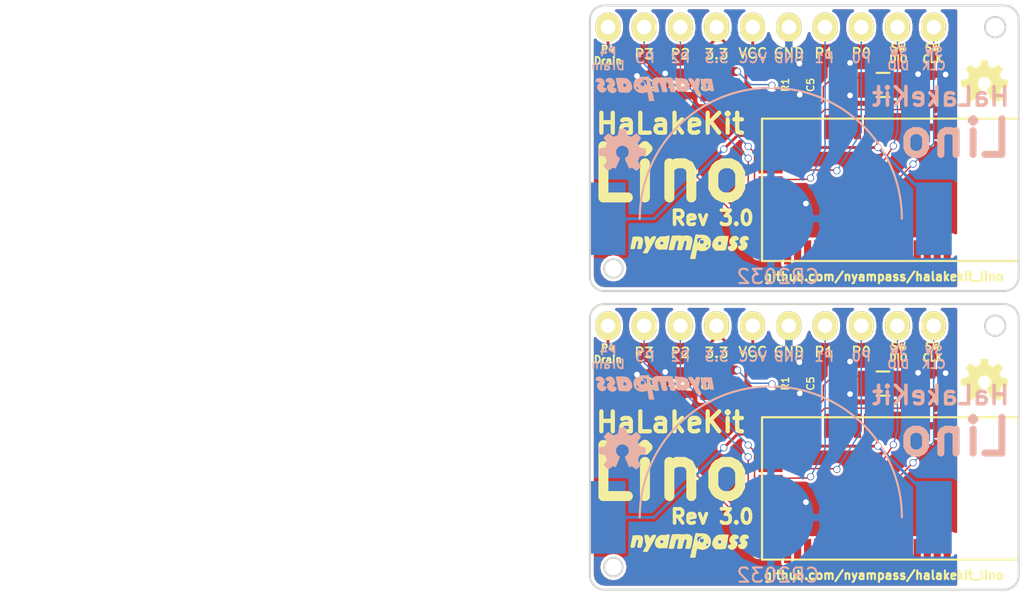
<source format=kicad_pcb>
(kicad_pcb (version 4) (host pcbnew 4.0.2+dfsg1-stable)
  (title_block (title "HaLakeKit Lino") (date 2017-01-09) (rev 3.0) (company Nyampass.co.ltd.) (comment 1 http://nyampass.com))
  (layers (0 F.Cu signal) (31 B.Cu signal) (34 B.Paste user) (35 F.Paste user) (36 B.SilkS user) (37 F.SilkS user) (38 B.Mask user) (39 F.Mask user) (44 Edge.Cuts user))
  (net 0 "")
  (net 1 VCC)
  (net 2 GND)
  (net 3 "Net-(U1-Pad22)")
  (net 4 "Net-(U1-Pad26)")
  (net 5 "Net-(U1-Pad30)")
  (net 6 "Net-(U1-Pad32)")
  (net 7 "Net-(U1-Pad33)")
  (net 8 "Net-(U1-Pad37)")
  (net 9 "Net-(U1-Pad38)")
  (net 10 "Net-(U1-Pad27)")
  (net 11 "Net-(U1-Pad34)")
  (net 12 "Net-(U1-Pad39)")
  (net 13 +3V3)
  (net 14 "Net-(C1-Pad1)")
  (net 15 "Net-(C2-Pad1)")
  (net 16 "Net-(C3-Pad1)")
  (net 17 SWDCLK)
  (net 18 SWDIO)
  (net 19 P0)
  (net 20 P1)
  (net 21 P2)
  (net 22 P3)
  (net 23 P4_Drain)
  (net 24 "Net-(R1-Pad2)")
  (net 25 P4)
  (net 26 "Net-(U1-Pad4)")
  (net 27 "Net-(U1-Pad5)")
  (net 28 "Net-(U1-Pad6)")
  (net 29 "Net-(U1-Pad7)")
  (net 30 "Net-(U1-Pad8)")
  (net 31 "Net-(U1-Pad11)")
  (net 32 "Net-(U1-Pad12)")
  (net 33 "Net-(U1-Pad15)")
  (net 34 "Net-(U1-Pad16)")
  (net 35 "Net-(U1-Pad23)")
  (net 36 "Net-(U1-Pad24)")
  (net 37 "Net-(U1-Pad28)")
  (net 38 "Net-(U1-Pad29)")
  (net 39 "Net-(U1-Pad31)")
  (net 40 "Net-(U1-Pad40)")
  (net 41 "Net-(U1-Pad41)")
  (module CR2032_frame:BAT-HLD-001-TRCT (layer B.Cu) (at 156.7434 86.8934 180)
    (fp_text reference BT1 hide)
    (fp_text value Battery)
    (pad 2 smd oval (at 0 0 180) (size 6 6) (layers B.Cu B.Paste B.Mask) (net 2 GND))
    (pad 1 smd rect (at -11.45 0 180) (size 2.5 5.1) (layers B.Cu B.Paste B.Mask) (net 13 +3V3))
    (pad 1 smd rect (at 11.45 0 180) (size 2.5 5.1) (layers B.Cu B.Paste B.Mask) (net 13 +3V3))
  )
  (module register_and_condensor:C_0603 (layer F.Cu) (at 150.3934 77.4954 270)
    (fp_text reference C4 (at 0 0 270) (layer F.SilkS) (effects (font (size 0.5 0.5) (thickness 0.1))))
    (fp_text value 4.7uf1)
    (pad 1 smd rect (at -0.75 0 270) (size 0.8 0.75) (layers F.Cu F.Paste F.Mask) (net 13 +3V3))
    (pad 2 smd rect (at 0.75 0 270) (size 0.8 0.75) (layers F.Cu F.Paste F.Mask) (net 2 GND))
  )
  (module common:FC-135 (layer F.Cu) (at 164.6174 77.4954)
    (fp_text reference Y1 hide)
    (fp_text value Crystal)
    (pad 1 smd rect (at -1.25 0) (size 1 1.8) (layers F.Cu F.Paste F.Mask) (net 15 "Net-(C2-Pad1)"))
    (pad 2 smd rect (at 1.25 0) (size 1 1.8) (layers F.Cu F.Paste F.Mask) (net 14 "Net-(C1-Pad1)"))
  )
  (module mosfet:rtf015n03 (layer F.Cu) (at 145.0594 77.4954 90)
    (fp_text reference U3 hide)
    (fp_text value RTF015N03 hide)
    (pad 1 smd rect (at -0.65 1.7 90) (size 0.5 0.5) (layers F.Cu F.Paste F.Mask) (net 25 P4))
    (pad 2 smd rect (at 0.65 1.7 90) (size 0.5 0.5) (layers F.Cu F.Paste F.Mask) (net 2 GND))
    (pad 3 smd rect (at 0 0 90) (size 0.5 0.5) (layers F.Cu F.Paste F.Mask) (net 23 P4_Drain))
  )
  (module common:SOT-23-5 (layer F.Cu) (at 154.9654 77.4954)
    (fp_text reference U2 hide)
    (fp_text value NJM2870 hide)
    (pad 1 smd rect (at -1.1 -0.95) (size 1.06 0.65) (layers F.Cu F.Paste F.Mask) (net 24 "Net-(R1-Pad2)"))
    (pad 2 smd rect (at -1.1 0) (size 1.06 0.65) (layers F.Cu F.Paste F.Mask) (net 2 GND))
    (pad 3 smd rect (at -1.1 0.95) (size 1.06 0.65) (layers F.Cu F.Paste F.Mask) (net 16 "Net-(C3-Pad1)"))
    (pad 4 smd rect (at 1.1 0.95) (size 1.06 0.65) (layers F.Cu F.Paste F.Mask) (net 13 +3V3))
    (pad 5 smd rect (at 1.1 -0.95) (size 1.06 0.65) (layers F.Cu F.Paste F.Mask) (net 1 VCC))
  )
  (module MDBT40:MDBT40 (layer F.Cu) (at 165.1254 84.8614 270)
    (fp_text reference U1 hide)
    (fp_text value MDBT40 hide)
    (pad 1 smd rect (at -5 -4 270) (size 1.7 0.5) (drill (offset 0.6 0)) (layers F.Cu F.Paste F.Mask) (net 2 GND))
    (pad 2 smd rect (at -5 -3.3 270) (size 1.7 0.5) (drill (offset 0.6 0)) (layers F.Cu F.Paste F.Mask) (net 2 GND))
    (pad 3 smd rect (at -5 0.9 270) (size 1.7 0.5) (drill (offset 0.6 0)) (layers F.Cu F.Paste F.Mask) (net 13 +3V3))
    (pad 4 smd rect (at -5 1.6 270) (size 1.7 0.5) (drill (offset 0.6 0)) (layers F.Cu F.Paste F.Mask) (net 26 "Net-(U1-Pad4)"))
    (pad 5 smd rect (at -5 2.3 270) (size 1.7 0.5) (drill (offset 0.6 0)) (layers F.Cu F.Paste F.Mask) (net 27 "Net-(U1-Pad5)"))
    (pad 6 smd rect (at -5 3 270) (size 1.7 0.5) (drill (offset 0.6 0)) (layers F.Cu F.Paste F.Mask) (net 28 "Net-(U1-Pad6)"))
    (pad 7 smd rect (at -5 3.7 270) (size 1.7 0.5) (drill (offset 0.6 0)) (layers F.Cu F.Paste F.Mask) (net 29 "Net-(U1-Pad7)"))
    (pad 8 smd rect (at -5 4.4 270) (size 1.7 0.5) (drill (offset 0.6 0)) (layers F.Cu F.Paste F.Mask) (net 30 "Net-(U1-Pad8)"))
    (pad 9 smd rect (at -5 5.1 270) (size 1.7 0.5) (drill (offset 0.6 0)) (layers F.Cu F.Paste F.Mask) (net 14 "Net-(C1-Pad1)"))
    (pad 10 smd rect (at -5 5.8 270) (size 1.7 0.5) (drill (offset 0.6 0)) (layers F.Cu F.Paste F.Mask) (net 15 "Net-(C2-Pad1)"))
    (pad 11 smd rect (at -5 6.5 270) (size 1.7 0.5) (drill (offset 0.6 0)) (layers F.Cu F.Paste F.Mask) (net 31 "Net-(U1-Pad11)"))
    (pad 12 smd rect (at -5 7.2 270) (size 1.7 0.5) (drill (offset 0.6 0)) (layers F.Cu F.Paste F.Mask) (net 32 "Net-(U1-Pad12)"))
    (pad 13 smd rect (at -4.2 9) (size 1.5 0.5) (drill (offset 0.5 0)) (layers F.Cu F.Paste F.Mask) (net 2 GND))
    (pad 14 smd rect (at -3.5 9) (size 1.5 0.5) (drill (offset 0.5 0)) (layers F.Cu F.Paste F.Mask) (net 13 +3V3))
    (pad 15 smd rect (at -2.8 9) (size 1.7 0.5) (drill (offset 0.6 0)) (layers F.Cu F.Paste F.Mask) (net 33 "Net-(U1-Pad15)"))
    (pad 16 smd rect (at -2.1 9) (size 1.7 0.5) (drill (offset 0.6 0)) (layers F.Cu F.Paste F.Mask) (net 34 "Net-(U1-Pad16)"))
    (pad 17 smd rect (at -1.4 9) (size 1.7 0.5) (drill (offset 0.6 0)) (layers F.Cu F.Paste F.Mask) (net 19 P0))
    (pad 18 smd rect (at -0.7 9) (size 1.7 0.5) (drill (offset 0.6 0)) (layers F.Cu F.Paste F.Mask) (net 20 P1))
    (pad 19 smd rect (at 0 9) (size 1.7 0.5) (drill (offset 0.6 0)) (layers F.Cu F.Paste F.Mask) (net 21 P2))
    (pad 20 smd rect (at 0.7 9) (size 1.7 0.5) (drill (offset 0.6 0)) (layers F.Cu F.Paste F.Mask) (net 22 P3))
    (pad 21 smd rect (at 1.4 9) (size 1.7 0.5) (drill (offset 0.6 0)) (layers F.Cu F.Paste F.Mask) (net 25 P4))
    (pad 22 smd rect (at 2.1 9) (size 1.7 0.5) (drill (offset 0.6 0)) (layers F.Cu F.Paste F.Mask) (net 3 "Net-(U1-Pad22)"))
    (pad 23 smd rect (at 2.8 9) (size 1.7 0.5) (drill (offset 0.6 0)) (layers F.Cu F.Paste F.Mask) (net 35 "Net-(U1-Pad23)"))
    (pad 24 smd rect (at 3.5 9) (size 1.5 0.5) (drill (offset 0.5 0)) (layers F.Cu F.Paste F.Mask) (net 36 "Net-(U1-Pad24)"))
    (pad 25 smd rect (at 4.2 9) (size 1.5 0.5) (drill (offset 0.5 0)) (layers F.Cu F.Paste F.Mask) (net 2 GND))
    (pad 26 smd rect (at 5 7.2 90) (size 1.7 0.5) (drill (offset 0.6 0)) (layers F.Cu F.Paste F.Mask) (net 4 "Net-(U1-Pad26)"))
    (pad 27 smd rect (at 5 6.5 90) (size 1.7 0.5) (drill (offset 0.6 0)) (layers F.Cu F.Paste F.Mask) (net 10 "Net-(U1-Pad27)"))
    (pad 28 smd rect (at 5 5.8 90) (size 1.7 0.5) (drill (offset 0.6 0)) (layers F.Cu F.Paste F.Mask) (net 37 "Net-(U1-Pad28)"))
    (pad 29 smd rect (at 5 5.1 90) (size 1.7 0.5) (drill (offset 0.6 0)) (layers F.Cu F.Paste F.Mask) (net 38 "Net-(U1-Pad29)"))
    (pad 30 smd rect (at 5 4.4 90) (size 1.7 0.5) (drill (offset 0.6 0)) (layers F.Cu F.Paste F.Mask) (net 5 "Net-(U1-Pad30)"))
    (pad 31 smd rect (at 5 3.7 90) (size 1.7 0.5) (drill (offset 0.6 0)) (layers F.Cu F.Paste F.Mask) (net 39 "Net-(U1-Pad31)"))
    (pad 32 smd rect (at 5 3 90) (size 1.7 0.5) (drill (offset 0.6 0)) (layers F.Cu F.Paste F.Mask) (net 6 "Net-(U1-Pad32)"))
    (pad 33 smd rect (at 5 2.3 90) (size 1.7 0.5) (drill (offset 0.6 0)) (layers F.Cu F.Paste F.Mask) (net 7 "Net-(U1-Pad33)"))
    (pad 34 smd rect (at 5 1.6 90) (size 1.7 0.5) (drill (offset 0.6 0)) (layers F.Cu F.Paste F.Mask) (net 11 "Net-(U1-Pad34)"))
    (pad 35 smd rect (at 5 0.9 90) (size 1.7 0.5) (drill (offset 0.6 0)) (layers F.Cu F.Paste F.Mask) (net 18 SWDIO))
    (pad 36 smd rect (at 5 0.2 90) (size 1.7 0.5) (drill (offset 0.6 0)) (layers F.Cu F.Paste F.Mask) (net 17 SWDCLK))
    (pad 37 smd rect (at 5 -0.5 90) (size 1.7 0.5) (drill (offset 0.6 0)) (layers F.Cu F.Paste F.Mask) (net 8 "Net-(U1-Pad37)"))
    (pad 38 smd rect (at 5 -1.2 90) (size 1.7 0.5) (drill (offset 0.6 0)) (layers F.Cu F.Paste F.Mask) (net 9 "Net-(U1-Pad38)"))
    (pad 39 smd rect (at 5 -1.9 90) (size 1.7 0.5) (drill (offset 0.6 0)) (layers F.Cu F.Paste F.Mask) (net 12 "Net-(U1-Pad39)"))
    (pad 40 smd rect (at 5 -2.6 90) (size 1.7 0.5) (drill (offset 0.6 0)) (layers F.Cu F.Paste F.Mask) (net 40 "Net-(U1-Pad40)"))
    (pad 41 smd rect (at 5 -3.3 90) (size 1.7 0.5) (drill (offset 0.6 0)) (layers F.Cu F.Paste F.Mask) (net 41 "Net-(U1-Pad41)"))
    (pad 42 smd rect (at 5 -4 90) (size 1.7 0.5) (drill (offset 0.6 0)) (layers F.Cu F.Paste F.Mask) (net 2 GND))
  )
  (module register_and_condensor:R_0603 (layer F.Cu) (at 148.3614 77.4954 90)
    (fp_text reference R2 (at 0 0 90) (layer F.SilkS) (effects (font (size 0.5 0.5) (thickness 0.1))))
    (fp_text value 1K)
    (pad 1 smd rect (at -0.75 0 90) (size 0.5 0.9) (layers F.Cu F.Paste F.Mask) (net 25 P4))
    (pad 2 smd rect (at 0.75 0 90) (size 0.5 0.9) (layers F.Cu F.Paste F.Mask) (net 2 GND))
  )
  (module register_and_condensor:R_0603 (layer F.Cu) (at 157.7594 77.4954 270)
    (fp_text reference R1 (at 0 0 270) (layer F.SilkS) (effects (font (size 0.5 0.5) (thickness 0.1))))
    (fp_text value 1K)
    (pad 1 smd rect (at -0.75 0 270) (size 0.5 0.9) (layers F.Cu F.Paste F.Mask) (net 1 VCC))
    (pad 2 smd rect (at 0.75 0 270) (size 0.5 0.9) (layers F.Cu F.Paste F.Mask) (net 24 "Net-(R1-Pad2)"))
  )
  (module register_and_condensor:C_0603 (layer F.Cu) (at 159.5374 77.4954 270)
    (fp_text reference C5 (at 0 0 270) (layer F.SilkS) (effects (font (size 0.5 0.5) (thickness 0.1))))
    (fp_text value 0.1uf1)
    (pad 1 smd rect (at -0.75 0 270) (size 0.8 0.75) (layers F.Cu F.Paste F.Mask) (net 1 VCC))
    (pad 2 smd rect (at 0.75 0 270) (size 0.8 0.75) (layers F.Cu F.Paste F.Mask) (net 2 GND))
  )
  (module register_and_condensor:C_0603 (layer F.Cu) (at 152.1714 77.4954 90)
    (fp_text reference C3 (at 0 0 90) (layer F.SilkS) (effects (font (size 0.5 0.5) (thickness 0.1))))
    (fp_text value 0.01uf)
    (pad 1 smd rect (at -0.75 0 90) (size 0.8 0.75) (layers F.Cu F.Paste F.Mask) (net 16 "Net-(C3-Pad1)"))
    (pad 2 smd rect (at 0.75 0 90) (size 0.8 0.75) (layers F.Cu F.Paste F.Mask) (net 2 GND))
  )
  (module register_and_condensor:C_0603 (layer F.Cu) (at 161.3154 77.4954 270)
    (fp_text reference C2 hide)
    (fp_text value 12pf)
    (pad 1 smd rect (at -0.75 0 270) (size 0.8 0.75) (layers F.Cu F.Paste F.Mask) (net 15 "Net-(C2-Pad1)"))
    (pad 2 smd rect (at 0.75 0 270) (size 0.8 0.75) (layers F.Cu F.Paste F.Mask) (net 2 GND))
  )
  (module register_and_condensor:C_0603 (layer F.Cu) (at 167.9194 77.4954 90)
    (fp_text reference C1 hide)
    (fp_text value 12pf)
    (pad 1 smd rect (at -0.75 0 90) (size 0.8 0.75) (layers F.Cu F.Paste F.Mask) (net 14 "Net-(C1-Pad1)"))
    (pad 2 smd rect (at 0.75 0 90) (size 0.8 0.75) (layers F.Cu F.Paste F.Mask) (net 2 GND))
  )
  (module simple_headers:Pin_Header_Straight_1x10 (layer F.Cu) (at 168.1734 73.4314 270)
    (fp_text reference J1 hide)
    (fp_text value HEADER_10 hide)
    (pad 1 thru_hole oval (at 0 0 270) (size 2.032 1.7) (drill 1.016) (layers *.Cu *.Mask F.SilkS) (net 17 SWDCLK))
    (pad 2 thru_hole oval (at 0 2.54 270) (size 2.032 1.7272) (drill 1.016) (layers *.Cu *.Mask F.SilkS) (net 18 SWDIO))
    (pad 3 thru_hole oval (at 0 5.08 270) (size 2.032 1.7272) (drill 1.016) (layers *.Cu *.Mask F.SilkS) (net 19 P0))
    (pad 4 thru_hole oval (at 0 7.62 270) (size 2.032 1.7272) (drill 1.016) (layers *.Cu *.Mask F.SilkS) (net 20 P1))
    (pad 5 thru_hole oval (at 0 10.16 270) (size 2.032 1.7272) (drill 1.016) (layers *.Cu *.Mask F.SilkS) (net 2 GND))
    (pad 6 thru_hole oval (at 0 12.7 270) (size 2.032 1.7272) (drill 1.016) (layers *.Cu *.Mask F.SilkS) (net 1 VCC))
    (pad 7 thru_hole oval (at 0 15.24 270) (size 2.032 1.7272) (drill 1.016) (layers *.Cu *.Mask F.SilkS) (net 13 +3V3))
    (pad 8 thru_hole oval (at 0 17.78 270) (size 2.032 1.7272) (drill 1.016) (layers *.Cu *.Mask F.SilkS) (net 21 P2))
    (pad 9 thru_hole oval (at 0 20.32 270) (size 2.032 1.7272) (drill 1.016) (layers *.Cu *.Mask F.SilkS) (net 22 P3))
    (pad 10 thru_hole oval (at 0 22.86 270) (size 2.032 1.7272) (drill 1.016) (layers *.Cu *.Mask F.SilkS) (net 23 P4_Drain))
  )
  (module logos:nyampass_logo_8p4mm (layer F.Cu) (at 151.0284 88.8492)
    (fp_text reference G*** hide)
    (fp_text value LOGO hide)
  )
  (module osh-logo:osh-logo-3p4mm (layer B.Cu) (at 146.3294 82.0674 180)
    (fp_text reference G*** hide)
    (fp_text value LOGO hide)
  )
  (module osh-logo:osh-logo-3p4mm (layer F.Cu) (at 171.7294 77.2414)
    (fp_text reference G*** hide)
    (fp_text value LOGO hide)
  )
  (module logos:nyampass_logo_8p4mm (layer B.Cu) (at 148.6154 77.7494 180)
    (fp_text reference G*** hide)
    (fp_text value LOGO hide)
  )
  (module logos:nyampass_logo_8p4mm (layer B.Cu) (at 148.6154 98.7298 180)
    (fp_text reference G*** hide)
    (fp_text value LOGO hide)
  )
  (module osh-logo:osh-logo-4p3mm (layer F.Cu) (at 108.2294 108.8898)
    (fp_text reference G*** hide)
    (fp_text value LOGO hide)
  )
  (module osh-logo:osh-logo-4p3mm (layer F.Cu) (at 105.4354 107.3658)
    (fp_text reference G*** hide)
    (fp_text value LOGO hide)
  )
  (module osh-logo:osh-logo-3p4mm (layer F.Cu) (at 171.7294 98.2218)
    (fp_text reference G*** hide)
    (fp_text value LOGO hide)
  )
  (module osh-logo:osh-logo-3p4mm (layer B.Cu) (at 146.3294 103.0478 180)
    (fp_text reference G*** hide)
    (fp_text value LOGO hide)
  )
  (module logos:nyampass_logo_8p4mm (layer F.Cu) (at 151.0284 109.8296)
    (fp_text reference G*** hide)
    (fp_text value LOGO hide)
  )
  (module simple_headers:Pin_Header_Straight_1x10 (layer F.Cu) (at 168.1734 94.4118 270)
    (fp_text reference J1 hide)
    (fp_text value HEADER_10 hide)
    (pad 1 thru_hole oval (at 0 0 270) (size 2.032 1.7) (drill 1.016) (layers *.Cu *.Mask F.SilkS) (net 17 SWDCLK))
    (pad 2 thru_hole oval (at 0 2.54 270) (size 2.032 1.7272) (drill 1.016) (layers *.Cu *.Mask F.SilkS) (net 18 SWDIO))
    (pad 3 thru_hole oval (at 0 5.08 270) (size 2.032 1.7272) (drill 1.016) (layers *.Cu *.Mask F.SilkS) (net 19 P0))
    (pad 4 thru_hole oval (at 0 7.62 270) (size 2.032 1.7272) (drill 1.016) (layers *.Cu *.Mask F.SilkS) (net 20 P1))
    (pad 5 thru_hole oval (at 0 10.16 270) (size 2.032 1.7272) (drill 1.016) (layers *.Cu *.Mask F.SilkS) (net 2 GND))
    (pad 6 thru_hole oval (at 0 12.7 270) (size 2.032 1.7272) (drill 1.016) (layers *.Cu *.Mask F.SilkS) (net 1 VCC))
    (pad 7 thru_hole oval (at 0 15.24 270) (size 2.032 1.7272) (drill 1.016) (layers *.Cu *.Mask F.SilkS) (net 13 +3V3))
    (pad 8 thru_hole oval (at 0 17.78 270) (size 2.032 1.7272) (drill 1.016) (layers *.Cu *.Mask F.SilkS) (net 21 P2))
    (pad 9 thru_hole oval (at 0 20.32 270) (size 2.032 1.7272) (drill 1.016) (layers *.Cu *.Mask F.SilkS) (net 22 P3))
    (pad 10 thru_hole oval (at 0 22.86 270) (size 2.032 1.7272) (drill 1.016) (layers *.Cu *.Mask F.SilkS) (net 23 P4_Drain))
  )
  (module register_and_condensor:C_0603 (layer F.Cu) (at 167.9194 98.4758 90)
    (fp_text reference C1 hide)
    (fp_text value 12pf)
    (pad 1 smd rect (at -0.75 0 90) (size 0.8 0.75) (layers F.Cu F.Paste F.Mask) (net 14 "Net-(C1-Pad1)"))
    (pad 2 smd rect (at 0.75 0 90) (size 0.8 0.75) (layers F.Cu F.Paste F.Mask) (net 2 GND))
  )
  (module register_and_condensor:C_0603 (layer F.Cu) (at 161.3154 98.4758 270)
    (fp_text reference C2 hide)
    (fp_text value 12pf)
    (pad 1 smd rect (at -0.75 0 270) (size 0.8 0.75) (layers F.Cu F.Paste F.Mask) (net 15 "Net-(C2-Pad1)"))
    (pad 2 smd rect (at 0.75 0 270) (size 0.8 0.75) (layers F.Cu F.Paste F.Mask) (net 2 GND))
  )
  (module register_and_condensor:C_0603 (layer F.Cu) (at 152.1714 98.4758 90)
    (fp_text reference C3 (at 0 0 90) (layer F.SilkS) (effects (font (size 0.5 0.5) (thickness 0.1))))
    (fp_text value 0.01uf)
    (pad 1 smd rect (at -0.75 0 90) (size 0.8 0.75) (layers F.Cu F.Paste F.Mask) (net 16 "Net-(C3-Pad1)"))
    (pad 2 smd rect (at 0.75 0 90) (size 0.8 0.75) (layers F.Cu F.Paste F.Mask) (net 2 GND))
  )
  (module register_and_condensor:C_0603 (layer F.Cu) (at 159.5374 98.4758 270)
    (fp_text reference C5 (at 0 0 270) (layer F.SilkS) (effects (font (size 0.5 0.5) (thickness 0.1))))
    (fp_text value 0.1uf1)
    (pad 1 smd rect (at -0.75 0 270) (size 0.8 0.75) (layers F.Cu F.Paste F.Mask) (net 1 VCC))
    (pad 2 smd rect (at 0.75 0 270) (size 0.8 0.75) (layers F.Cu F.Paste F.Mask) (net 2 GND))
  )
  (module register_and_condensor:R_0603 (layer F.Cu) (at 157.7594 98.4758 270)
    (fp_text reference R1 (at 0 0 270) (layer F.SilkS) (effects (font (size 0.5 0.5) (thickness 0.1))))
    (fp_text value 1K)
    (pad 1 smd rect (at -0.75 0 270) (size 0.5 0.9) (layers F.Cu F.Paste F.Mask) (net 1 VCC))
    (pad 2 smd rect (at 0.75 0 270) (size 0.5 0.9) (layers F.Cu F.Paste F.Mask) (net 24 "Net-(R1-Pad2)"))
  )
  (module register_and_condensor:R_0603 (layer F.Cu) (at 148.3614 98.4758 90)
    (fp_text reference R2 (at 0 0 90) (layer F.SilkS) (effects (font (size 0.5 0.5) (thickness 0.1))))
    (fp_text value 1K)
    (pad 1 smd rect (at -0.75 0 90) (size 0.5 0.9) (layers F.Cu F.Paste F.Mask) (net 25 P4))
    (pad 2 smd rect (at 0.75 0 90) (size 0.5 0.9) (layers F.Cu F.Paste F.Mask) (net 2 GND))
  )
  (module MDBT40:MDBT40 (layer F.Cu) (at 165.1254 105.8418 270)
    (fp_text reference U1 hide)
    (fp_text value MDBT40 hide)
    (pad 1 smd rect (at -5 -4 270) (size 1.7 0.5) (drill (offset 0.6 0)) (layers F.Cu F.Paste F.Mask) (net 2 GND))
    (pad 2 smd rect (at -5 -3.3 270) (size 1.7 0.5) (drill (offset 0.6 0)) (layers F.Cu F.Paste F.Mask) (net 2 GND))
    (pad 3 smd rect (at -5 0.9 270) (size 1.7 0.5) (drill (offset 0.6 0)) (layers F.Cu F.Paste F.Mask) (net 13 +3V3))
    (pad 4 smd rect (at -5 1.6 270) (size 1.7 0.5) (drill (offset 0.6 0)) (layers F.Cu F.Paste F.Mask) (net 26 "Net-(U1-Pad4)"))
    (pad 5 smd rect (at -5 2.3 270) (size 1.7 0.5) (drill (offset 0.6 0)) (layers F.Cu F.Paste F.Mask) (net 27 "Net-(U1-Pad5)"))
    (pad 6 smd rect (at -5 3 270) (size 1.7 0.5) (drill (offset 0.6 0)) (layers F.Cu F.Paste F.Mask) (net 28 "Net-(U1-Pad6)"))
    (pad 7 smd rect (at -5 3.7 270) (size 1.7 0.5) (drill (offset 0.6 0)) (layers F.Cu F.Paste F.Mask) (net 29 "Net-(U1-Pad7)"))
    (pad 8 smd rect (at -5 4.4 270) (size 1.7 0.5) (drill (offset 0.6 0)) (layers F.Cu F.Paste F.Mask) (net 30 "Net-(U1-Pad8)"))
    (pad 9 smd rect (at -5 5.1 270) (size 1.7 0.5) (drill (offset 0.6 0)) (layers F.Cu F.Paste F.Mask) (net 14 "Net-(C1-Pad1)"))
    (pad 10 smd rect (at -5 5.8 270) (size 1.7 0.5) (drill (offset 0.6 0)) (layers F.Cu F.Paste F.Mask) (net 15 "Net-(C2-Pad1)"))
    (pad 11 smd rect (at -5 6.5 270) (size 1.7 0.5) (drill (offset 0.6 0)) (layers F.Cu F.Paste F.Mask) (net 31 "Net-(U1-Pad11)"))
    (pad 12 smd rect (at -5 7.2 270) (size 1.7 0.5) (drill (offset 0.6 0)) (layers F.Cu F.Paste F.Mask) (net 32 "Net-(U1-Pad12)"))
    (pad 13 smd rect (at -4.2 9) (size 1.5 0.5) (drill (offset 0.5 0)) (layers F.Cu F.Paste F.Mask) (net 2 GND))
    (pad 14 smd rect (at -3.5 9) (size 1.5 0.5) (drill (offset 0.5 0)) (layers F.Cu F.Paste F.Mask) (net 13 +3V3))
    (pad 15 smd rect (at -2.8 9) (size 1.7 0.5) (drill (offset 0.6 0)) (layers F.Cu F.Paste F.Mask) (net 33 "Net-(U1-Pad15)"))
    (pad 16 smd rect (at -2.1 9) (size 1.7 0.5) (drill (offset 0.6 0)) (layers F.Cu F.Paste F.Mask) (net 34 "Net-(U1-Pad16)"))
    (pad 17 smd rect (at -1.4 9) (size 1.7 0.5) (drill (offset 0.6 0)) (layers F.Cu F.Paste F.Mask) (net 19 P0))
    (pad 18 smd rect (at -0.7 9) (size 1.7 0.5) (drill (offset 0.6 0)) (layers F.Cu F.Paste F.Mask) (net 20 P1))
    (pad 19 smd rect (at 0 9) (size 1.7 0.5) (drill (offset 0.6 0)) (layers F.Cu F.Paste F.Mask) (net 21 P2))
    (pad 20 smd rect (at 0.7 9) (size 1.7 0.5) (drill (offset 0.6 0)) (layers F.Cu F.Paste F.Mask) (net 22 P3))
    (pad 21 smd rect (at 1.4 9) (size 1.7 0.5) (drill (offset 0.6 0)) (layers F.Cu F.Paste F.Mask) (net 25 P4))
    (pad 22 smd rect (at 2.1 9) (size 1.7 0.5) (drill (offset 0.6 0)) (layers F.Cu F.Paste F.Mask) (net 3 "Net-(U1-Pad22)"))
    (pad 23 smd rect (at 2.8 9) (size 1.7 0.5) (drill (offset 0.6 0)) (layers F.Cu F.Paste F.Mask) (net 35 "Net-(U1-Pad23)"))
    (pad 24 smd rect (at 3.5 9) (size 1.5 0.5) (drill (offset 0.5 0)) (layers F.Cu F.Paste F.Mask) (net 36 "Net-(U1-Pad24)"))
    (pad 25 smd rect (at 4.2 9) (size 1.5 0.5) (drill (offset 0.5 0)) (layers F.Cu F.Paste F.Mask) (net 2 GND))
    (pad 26 smd rect (at 5 7.2 90) (size 1.7 0.5) (drill (offset 0.6 0)) (layers F.Cu F.Paste F.Mask) (net 4 "Net-(U1-Pad26)"))
    (pad 27 smd rect (at 5 6.5 90) (size 1.7 0.5) (drill (offset 0.6 0)) (layers F.Cu F.Paste F.Mask) (net 10 "Net-(U1-Pad27)"))
    (pad 28 smd rect (at 5 5.8 90) (size 1.7 0.5) (drill (offset 0.6 0)) (layers F.Cu F.Paste F.Mask) (net 37 "Net-(U1-Pad28)"))
    (pad 29 smd rect (at 5 5.1 90) (size 1.7 0.5) (drill (offset 0.6 0)) (layers F.Cu F.Paste F.Mask) (net 38 "Net-(U1-Pad29)"))
    (pad 30 smd rect (at 5 4.4 90) (size 1.7 0.5) (drill (offset 0.6 0)) (layers F.Cu F.Paste F.Mask) (net 5 "Net-(U1-Pad30)"))
    (pad 31 smd rect (at 5 3.7 90) (size 1.7 0.5) (drill (offset 0.6 0)) (layers F.Cu F.Paste F.Mask) (net 39 "Net-(U1-Pad31)"))
    (pad 32 smd rect (at 5 3 90) (size 1.7 0.5) (drill (offset 0.6 0)) (layers F.Cu F.Paste F.Mask) (net 6 "Net-(U1-Pad32)"))
    (pad 33 smd rect (at 5 2.3 90) (size 1.7 0.5) (drill (offset 0.6 0)) (layers F.Cu F.Paste F.Mask) (net 7 "Net-(U1-Pad33)"))
    (pad 34 smd rect (at 5 1.6 90) (size 1.7 0.5) (drill (offset 0.6 0)) (layers F.Cu F.Paste F.Mask) (net 11 "Net-(U1-Pad34)"))
    (pad 35 smd rect (at 5 0.9 90) (size 1.7 0.5) (drill (offset 0.6 0)) (layers F.Cu F.Paste F.Mask) (net 18 SWDIO))
    (pad 36 smd rect (at 5 0.2 90) (size 1.7 0.5) (drill (offset 0.6 0)) (layers F.Cu F.Paste F.Mask) (net 17 SWDCLK))
    (pad 37 smd rect (at 5 -0.5 90) (size 1.7 0.5) (drill (offset 0.6 0)) (layers F.Cu F.Paste F.Mask) (net 8 "Net-(U1-Pad37)"))
    (pad 38 smd rect (at 5 -1.2 90) (size 1.7 0.5) (drill (offset 0.6 0)) (layers F.Cu F.Paste F.Mask) (net 9 "Net-(U1-Pad38)"))
    (pad 39 smd rect (at 5 -1.9 90) (size 1.7 0.5) (drill (offset 0.6 0)) (layers F.Cu F.Paste F.Mask) (net 12 "Net-(U1-Pad39)"))
    (pad 40 smd rect (at 5 -2.6 90) (size 1.7 0.5) (drill (offset 0.6 0)) (layers F.Cu F.Paste F.Mask) (net 40 "Net-(U1-Pad40)"))
    (pad 41 smd rect (at 5 -3.3 90) (size 1.7 0.5) (drill (offset 0.6 0)) (layers F.Cu F.Paste F.Mask) (net 41 "Net-(U1-Pad41)"))
    (pad 42 smd rect (at 5 -4 90) (size 1.7 0.5) (drill (offset 0.6 0)) (layers F.Cu F.Paste F.Mask) (net 2 GND))
  )
  (module common:SOT-23-5 (layer F.Cu) (at 154.9654 98.4758)
    (fp_text reference U2 hide)
    (fp_text value NJM2870 hide)
    (pad 1 smd rect (at -1.1 -0.95) (size 1.06 0.65) (layers F.Cu F.Paste F.Mask) (net 24 "Net-(R1-Pad2)"))
    (pad 2 smd rect (at -1.1 0) (size 1.06 0.65) (layers F.Cu F.Paste F.Mask) (net 2 GND))
    (pad 3 smd rect (at -1.1 0.95) (size 1.06 0.65) (layers F.Cu F.Paste F.Mask) (net 16 "Net-(C3-Pad1)"))
    (pad 4 smd rect (at 1.1 0.95) (size 1.06 0.65) (layers F.Cu F.Paste F.Mask) (net 13 +3V3))
    (pad 5 smd rect (at 1.1 -0.95) (size 1.06 0.65) (layers F.Cu F.Paste F.Mask) (net 1 VCC))
  )
  (module mosfet:rtf015n03 (layer F.Cu) (at 145.0594 98.4758 90)
    (fp_text reference U3 hide)
    (fp_text value RTF015N03 hide)
    (pad 1 smd rect (at -0.65 1.7 90) (size 0.5 0.5) (layers F.Cu F.Paste F.Mask) (net 25 P4))
    (pad 2 smd rect (at 0.65 1.7 90) (size 0.5 0.5) (layers F.Cu F.Paste F.Mask) (net 2 GND))
    (pad 3 smd rect (at 0 0 90) (size 0.5 0.5) (layers F.Cu F.Paste F.Mask) (net 23 P4_Drain))
  )
  (module common:FC-135 (layer F.Cu) (at 164.6174 98.4758)
    (fp_text reference Y1 hide)
    (fp_text value Crystal)
    (pad 1 smd rect (at -1.25 0) (size 1 1.8) (layers F.Cu F.Paste F.Mask) (net 15 "Net-(C2-Pad1)"))
    (pad 2 smd rect (at 1.25 0) (size 1 1.8) (layers F.Cu F.Paste F.Mask) (net 14 "Net-(C1-Pad1)"))
  )
  (module register_and_condensor:C_0603 (layer F.Cu) (at 150.3934 98.4758 270)
    (fp_text reference C4 (at 0 0 270) (layer F.SilkS) (effects (font (size 0.5 0.5) (thickness 0.1))))
    (fp_text value 4.7uf1)
    (pad 1 smd rect (at -0.75 0 270) (size 0.8 0.75) (layers F.Cu F.Paste F.Mask) (net 13 +3V3))
    (pad 2 smd rect (at 0.75 0 270) (size 0.8 0.75) (layers F.Cu F.Paste F.Mask) (net 2 GND))
  )
  (module CR2032_frame:BAT-HLD-001-TRCT (layer B.Cu) (at 156.7434 107.8738 180)
    (fp_text reference BT1 hide)
    (fp_text value Battery)
    (pad 2 smd oval (at 0 0 180) (size 6 6) (layers B.Cu B.Paste B.Mask) (net 2 GND))
    (pad 1 smd rect (at -11.45 0 180) (size 2.5 5.1) (layers B.Cu B.Paste B.Mask) (net 13 +3V3))
    (pad 1 smd rect (at 11.45 0 180) (size 2.5 5.1) (layers B.Cu B.Paste B.Mask) (net 13 +3V3))
  )
  (gr_arc (start 173.1264 90.9574) (end 174.1424 90.9574) (angle 90) (layer Edge.Cuts) (width 0.15))
  (gr_arc (start 145.0594 90.9574) (end 145.0594 91.9734) (angle 90) (layer Edge.Cuts) (width 0.15))
  (gr_arc (start 173.1264 72.9234) (end 173.1264 71.9074) (angle 90) (layer Edge.Cuts) (width 0.15))
  (gr_arc (start 145.0594 72.9234) (end 144.0434 72.9234) (angle 90) (layer Edge.Cuts) (width 0.15))
  (gr_text "SW\nDIO" (at 165.6969 75.2729) (layer F.SilkS) (effects (font (size 0.5 0.5) (thickness 0.125))))
  (gr_text "SW\nCLK" (at 168.1099 75.2729) (layer F.SilkS) (effects (font (size 0.5 0.5) (thickness 0.125))))
  (gr_text VCC (at 155.4734 75.2729) (layer F.SilkS) (effects (font (size 0.7 0.7) (thickness 0.125))))
  (gr_text "SW\nDIO" (at 165.6969 75.6539) (layer B.SilkS) (effects (font (size 0.6 0.6) (thickness 0.125)) (justify mirror)))
  (gr_text "Rev 3.0" (at 152.6286 86.8426) (layer F.SilkS) (effects (font (size 1 1) (thickness 0.25))))
  (gr_text "SW\nCLK" (at 168.1734 75.6539) (layer B.SilkS) (effects (font (size 0.6 0.6) (thickness 0.125)) (justify mirror)))
  (gr_text VCC (at 155.4734 75.5904) (layer B.SilkS) (effects (font (size 0.7 0.7) (thickness 0.125)) (justify mirror)))
  (gr_text GND (at 158.0134 75.5904) (layer B.SilkS) (effects (font (size 0.7 0.7) (thickness 0.125)) (justify mirror)))
  (gr_text HaLakeKit (at 149.6822 80.2132) (layer F.SilkS) (effects (font (size 1.4 1.4) (thickness 0.3))))
  (gr_text HaLakeKit (at 173.6344 78.3209) (layer B.SilkS) (effects (font (size 1.3 1.3) (thickness 0.25)) (justify left mirror)))
  (gr_text CR2032 (at 157.2514 90.9574) (layer B.SilkS) (effects (font (size 1 1)) (justify mirror)))
  (gr_text GND (at 158.0134 75.2729) (layer F.SilkS) (effects (font (size 0.7 0.7) (thickness 0.125))))
  (gr_text P0 (at 163.0934 75.5904) (layer B.SilkS) (effects (font (size 0.7 0.7) (thickness 0.125)) (justify mirror)))
  (gr_text P0 (at 163.0934 75.2729) (layer F.SilkS) (effects (font (size 0.7 0.7) (thickness 0.125))))
  (gr_line (start 174.1424 72.9869) (end 174.1424 91.0209) (angle 90) (layer Edge.Cuts) (width 0.15))
  (gr_line (start 144.0434 72.9869) (end 144.0434 91.0209) (angle 90) (layer Edge.Cuts) (width 0.15))
  (gr_text P2 (at 150.3934 75.3364) (layer F.SilkS) (effects (font (size 0.7 0.7) (thickness 0.125))))
  (gr_text P2 (at 150.3934 75.5904) (layer B.SilkS) (effects (font (size 0.7 0.7) (thickness 0.125)) (justify mirror)))
  (gr_circle (center 145.6944 90.3859) (end 146.2659 90.7034) (layer Edge.Cuts) (width 0.15))
  (gr_text Lino (at 173.8884 81.2419) (layer B.SilkS) (effects (font (size 2.5 2.5) (thickness 0.5)) (justify left mirror)))
  (gr_circle (center 172.4914 73.4314) (end 172.9994 73.9394) (layer Edge.Cuts) (width 0.15))
  (gr_line (start 145.0594 71.9074) (end 172.9994 71.9074) (angle 90) (layer Edge.Cuts) (width 0.15))
  (gr_line (start 173.2534 91.9734) (end 145.0594 91.9734) (angle 90) (layer Edge.Cuts) (width 0.15))
  (gr_text github.com/nyampass/halakekit_lino (at 164.6809 90.9574) (layer F.SilkS) (effects (font (size 0.6 0.6))))
  (gr_text P1 (at 160.4899 75.5904) (layer B.SilkS) (effects (font (size 0.7 0.7) (thickness 0.125)) (justify mirror)))
  (gr_text "P4\nDrain" (at 145.3134 75.3999) (layer F.SilkS) (effects (font (size 0.5 0.5) (thickness 0.125))))
  (gr_text "P4\nDrain" (at 145.3134 75.6539) (layer B.SilkS) (effects (font (size 0.6 0.6) (thickness 0.125)) (justify mirror)))
  (gr_text P1 (at 160.4899 75.2729) (layer F.SilkS) (effects (font (size 0.7 0.7) (thickness 0.125))))
  (gr_text P3 (at 147.8534 75.3364) (layer F.SilkS) (effects (font (size 0.7 0.7) (thickness 0.125))))
  (gr_text P3 (at 147.9169 75.5904) (layer B.SilkS) (effects (font (size 0.7 0.7) (thickness 0.125)) (justify mirror)))
  (gr_text 3.3 (at 152.9334 75.3364) (layer F.SilkS) (effects (font (size 0.7 0.7) (thickness 0.125))))
  (gr_text 3.3 (at 152.9334 75.5904) (layer B.SilkS) (effects (font (size 0.7 0.7) (thickness 0.125)) (justify mirror)))
  (gr_text Lino (at 149.7076 83.7692) (layer F.SilkS) (effects (font (size 3.6 3.6) (thickness 0.7))))
  (gr_text Lino (at 149.7076 104.7496) (layer F.SilkS) (effects (font (size 3.6 3.6) (thickness 0.7))))
  (gr_text 3.3 (at 152.9334 96.5708) (layer B.SilkS) (effects (font (size 0.7 0.7) (thickness 0.125)) (justify mirror)))
  (gr_text 3.3 (at 152.9334 96.3168) (layer F.SilkS) (effects (font (size 0.7 0.7) (thickness 0.125))))
  (gr_text P3 (at 147.9169 96.5708) (layer B.SilkS) (effects (font (size 0.7 0.7) (thickness 0.125)) (justify mirror)))
  (gr_text P3 (at 147.8534 96.3168) (layer F.SilkS) (effects (font (size 0.7 0.7) (thickness 0.125))))
  (gr_text P1 (at 160.4899 96.2533) (layer F.SilkS) (effects (font (size 0.7 0.7) (thickness 0.125))))
  (gr_text "P4\nDrain" (at 145.3134 96.6343) (layer B.SilkS) (effects (font (size 0.6 0.6) (thickness 0.125)) (justify mirror)))
  (gr_text "P4\nDrain" (at 145.3134 96.3803) (layer F.SilkS) (effects (font (size 0.5 0.5) (thickness 0.125))))
  (gr_text P1 (at 160.4899 96.5708) (layer B.SilkS) (effects (font (size 0.7 0.7) (thickness 0.125)) (justify mirror)))
  (gr_text github.com/nyampass/halakekit_lino (at 164.6809 111.9378) (layer F.SilkS) (effects (font (size 0.6 0.6))))
  (gr_line (start 173.2534 112.9538) (end 145.0594 112.9538) (angle 90) (layer Edge.Cuts) (width 0.15))
  (gr_line (start 145.0594 92.8878) (end 172.9994 92.8878) (angle 90) (layer Edge.Cuts) (width 0.15))
  (gr_circle (center 172.4914 94.4118) (end 172.9994 94.9198) (layer Edge.Cuts) (width 0.15))
  (gr_text Lino (at 173.8884 102.2223) (layer B.SilkS) (effects (font (size 2.5 2.5) (thickness 0.5)) (justify left mirror)))
  (gr_circle (center 145.6944 111.3663) (end 146.2659 111.6838) (layer Edge.Cuts) (width 0.15))
  (gr_text P2 (at 150.3934 96.5708) (layer B.SilkS) (effects (font (size 0.7 0.7) (thickness 0.125)) (justify mirror)))
  (gr_text P2 (at 150.3934 96.3168) (layer F.SilkS) (effects (font (size 0.7 0.7) (thickness 0.125))))
  (gr_line (start 144.0434 93.9673) (end 144.0434 112.0013) (angle 90) (layer Edge.Cuts) (width 0.15))
  (gr_line (start 174.1424 93.9673) (end 174.1424 112.0013) (angle 90) (layer Edge.Cuts) (width 0.15))
  (gr_text P0 (at 163.0934 96.2533) (layer F.SilkS) (effects (font (size 0.7 0.7) (thickness 0.125))))
  (gr_text P0 (at 163.0934 96.5708) (layer B.SilkS) (effects (font (size 0.7 0.7) (thickness 0.125)) (justify mirror)))
  (gr_text GND (at 158.0134 96.2533) (layer F.SilkS) (effects (font (size 0.7 0.7) (thickness 0.125))))
  (gr_text CR2032 (at 157.2514 111.9378) (layer B.SilkS) (effects (font (size 1 1)) (justify mirror)))
  (gr_text HaLakeKit (at 173.6344 99.3013) (layer B.SilkS) (effects (font (size 1.3 1.3) (thickness 0.25)) (justify left mirror)))
  (gr_text HaLakeKit (at 149.6822 101.1936) (layer F.SilkS) (effects (font (size 1.4 1.4) (thickness 0.3))))
  (gr_text GND (at 158.0134 96.5708) (layer B.SilkS) (effects (font (size 0.7 0.7) (thickness 0.125)) (justify mirror)))
  (gr_text VCC (at 155.4734 96.5708) (layer B.SilkS) (effects (font (size 0.7 0.7) (thickness 0.125)) (justify mirror)))
  (gr_text "SW\nCLK" (at 168.1734 96.6343) (layer B.SilkS) (effects (font (size 0.6 0.6) (thickness 0.125)) (justify mirror)))
  (gr_text "Rev 3.0" (at 152.6286 107.823) (layer F.SilkS) (effects (font (size 1 1) (thickness 0.25))))
  (gr_text "SW\nDIO" (at 165.6969 96.6343) (layer B.SilkS) (effects (font (size 0.6 0.6) (thickness 0.125)) (justify mirror)))
  (gr_text VCC (at 155.4734 96.2533) (layer F.SilkS) (effects (font (size 0.7 0.7) (thickness 0.125))))
  (gr_text "SW\nCLK" (at 168.1099 96.2533) (layer F.SilkS) (effects (font (size 0.5 0.5) (thickness 0.125))))
  (gr_text "SW\nDIO" (at 165.6969 96.2533) (layer F.SilkS) (effects (font (size 0.5 0.5) (thickness 0.125))))
  (gr_arc (start 145.0594 93.9038) (end 144.0434 93.9038) (angle 90) (layer Edge.Cuts) (width 0.15))
  (gr_arc (start 173.1264 93.9038) (end 173.1264 92.8878) (angle 90) (layer Edge.Cuts) (width 0.15))
  (gr_arc (start 145.0594 111.9378) (end 145.0594 112.9538) (angle 90) (layer Edge.Cuts) (width 0.15))
  (gr_arc (start 173.1264 111.9378) (end 174.1424 111.9378) (angle 90) (layer Edge.Cuts) (width 0.15))
  (segment (start 155.4734 75.9534) (end 156.2654 76.7454) (width 0.2) (layer F.Cu) (net 1))
  (segment (start 155.4734 73.4314) (end 155.4734 75.9534) (width 0.2) (layer F.Cu) (net 1))
  (segment (start 157.5594 76.5454) (end 157.7594 76.7454) (width 0.2) (layer F.Cu) (net 1))
  (segment (start 156.0654 76.5454) (end 157.5594 76.5454) (width 0.2) (layer F.Cu) (net 1))
  (segment (start 157.7594 76.7454) (end 159.5374 76.7454) (width 0.2) (layer F.Cu) (net 1))
  (segment (start 157.7594 97.7258) (end 159.5374 97.7258) (width 0.2) (layer F.Cu) (net 1))
  (segment (start 156.0654 97.5258) (end 157.5594 97.5258) (width 0.2) (layer F.Cu) (net 1))
  (segment (start 157.5594 97.5258) (end 157.7594 97.7258) (width 0.2) (layer F.Cu) (net 1))
  (segment (start 155.4734 94.4118) (end 155.4734 96.9338) (width 0.2) (layer F.Cu) (net 1))
  (segment (start 155.4734 96.9338) (end 156.2654 97.7258) (width 0.2) (layer F.Cu) (net 1))
  (segment (start 149.8614 78.2454) (end 148.3614 76.7454) (width 0.2) (layer F.Cu) (net 2))
  (segment (start 150.3934 78.2454) (end 149.8614 78.2454) (width 0.2) (layer F.Cu) (net 2))
  (segment (start 151.8934 76.7454) (end 150.3934 78.2454) (width 0.2) (layer F.Cu) (net 2))
  (segment (start 152.1714 76.7454) (end 151.8934 76.7454) (width 0.2) (layer F.Cu) (net 2))
  (segment (start 152.9214 77.4954) (end 152.1714 76.7454) (width 0.2) (layer F.Cu) (net 2))
  (segment (start 153.8654 77.4954) (end 152.9214 77.4954) (width 0.2) (layer F.Cu) (net 2))
  (segment (start 147.4604 76.7454) (end 147.3454 76.8604) (width 0.2) (layer F.Cu) (net 2))
  (via (at 147.3454 76.8604) (size 0.5) (drill 0.4) (layers F.Cu B.Cu) (net 2))
  (segment (start 148.3614 76.7454) (end 147.4604 76.7454) (width 0.2) (layer F.Cu) (net 2))
  (segment (start 167.0932 76.7454) (end 167.0812 76.7334) (width 0.2) (layer F.Cu) (net 2))
  (via (at 167.0812 76.7334) (size 0.5) (drill 0.4) (layers F.Cu B.Cu) (net 2))
  (segment (start 167.0812 76.7334) (end 167.0812 76.7588) (width 0.2) (layer B.Cu) (net 2))
  (segment (start 167.9194 76.7454) (end 167.0932 76.7454) (width 0.2) (layer F.Cu) (net 2))
  (segment (start 168.9982 76.7454) (end 169.0116 76.7588) (width 0.2) (layer F.Cu) (net 2))
  (via (at 169.0116 76.7588) (size 0.5) (drill 0.4) (layers F.Cu B.Cu) (net 2))
  (segment (start 169.0116 76.7588) (end 169.0116 76.7334) (width 0.2) (layer B.Cu) (net 2))
  (segment (start 167.9194 76.7454) (end 168.9982 76.7454) (width 0.2) (layer F.Cu) (net 2))
  (segment (start 149.2638 76.7454) (end 149.3266 76.6826) (width 0.2) (layer F.Cu) (net 2))
  (via (at 149.3266 76.6826) (size 0.5) (drill 0.4) (layers F.Cu B.Cu) (net 2))
  (segment (start 149.3266 76.6826) (end 149.3266 76.708) (width 0.2) (layer B.Cu) (net 2))
  (segment (start 148.3614 76.7454) (end 149.2638 76.7454) (width 0.2) (layer F.Cu) (net 2))
  (segment (start 157.1162 87.9176) (end 159.2072 85.8266) (width 0.2) (layer B.Cu) (net 2))
  (via (at 159.2072 85.8266) (size 0.5) (drill 0.4) (layers F.Cu B.Cu) (net 2))
  (segment (start 159.2072 85.8266) (end 159.2072 85.979) (width 0.2) (layer F.Cu) (net 2))
  (segment (start 154 87.9176) (end 157.1162 87.9176) (width 0.2) (layer B.Cu) (net 2))
  (segment (start 158.0134 75.184) (end 158.75 75.9206) (width 0.2) (layer F.Cu) (net 2))
  (segment (start 158.75 75.9206) (end 158.75 75.9968) (width 0.2) (layer F.Cu) (net 2))
  (via (at 158.75 75.9968) (size 0.5) (drill 0.4) (layers F.Cu B.Cu) (net 2))
  (segment (start 158.75 75.9968) (end 158.7754 76.0222) (width 0.2) (layer B.Cu) (net 2))
  (segment (start 158.7754 76.0222) (end 158.7754 78.1812) (width 0.2) (layer B.Cu) (net 2))
  (via (at 158.7754 78.1812) (size 0.5) (drill 0.4) (layers F.Cu B.Cu) (net 2))
  (segment (start 158.7754 78.1812) (end 158.8396 78.2454) (width 0.2) (layer F.Cu) (net 2))
  (segment (start 158.8396 78.2454) (end 159.5374 78.2454) (width 0.2) (layer F.Cu) (net 2))
  (segment (start 158.0134 73.4314) (end 158.0134 75.184) (width 0.2) (layer F.Cu) (net 2))
  (segment (start 162.2044 75.9968) (end 162.2552 75.946) (width 0.2) (layer F.Cu) (net 2))
  (segment (start 162.2552 75.946) (end 162.306 75.946) (width 0.2) (layer F.Cu) (net 2))
  (via (at 162.306 75.946) (size 0.5) (drill 0.4) (layers F.Cu B.Cu) (net 2))
  (segment (start 162.306 75.946) (end 162.306 78.232) (width 0.2) (layer B.Cu) (net 2))
  (via (at 162.306 78.232) (size 0.5) (drill 0.4) (layers F.Cu B.Cu) (net 2))
  (segment (start 162.306 78.232) (end 162.2926 78.2454) (width 0.2) (layer F.Cu) (net 2))
  (segment (start 162.2926 78.2454) (end 161.3154 78.2454) (width 0.2) (layer F.Cu) (net 2))
  (segment (start 158.75 75.9968) (end 162.2044 75.9968) (width 0.2) (layer F.Cu) (net 2))
  (segment (start 158.75 96.9772) (end 162.2044 96.9772) (width 0.2) (layer F.Cu) (net 2))
  (segment (start 162.2926 99.2258) (end 161.3154 99.2258) (width 0.2) (layer F.Cu) (net 2))
  (segment (start 162.306 99.2124) (end 162.2926 99.2258) (width 0.2) (layer F.Cu) (net 2))
  (via (at 162.306 99.2124) (size 0.5) (drill 0.4) (layers F.Cu B.Cu) (net 2))
  (segment (start 162.306 96.9264) (end 162.306 99.2124) (width 0.2) (layer B.Cu) (net 2))
  (via (at 162.306 96.9264) (size 0.5) (drill 0.4) (layers F.Cu B.Cu) (net 2))
  (segment (start 162.2552 96.9264) (end 162.306 96.9264) (width 0.2) (layer F.Cu) (net 2))
  (segment (start 162.2044 96.9772) (end 162.2552 96.9264) (width 0.2) (layer F.Cu) (net 2))
  (segment (start 158.0134 94.4118) (end 158.0134 96.1644) (width 0.2) (layer F.Cu) (net 2))
  (segment (start 158.8396 99.2258) (end 159.5374 99.2258) (width 0.2) (layer F.Cu) (net 2))
  (segment (start 158.7754 99.1616) (end 158.8396 99.2258) (width 0.2) (layer F.Cu) (net 2))
  (via (at 158.7754 99.1616) (size 0.5) (drill 0.4) (layers F.Cu B.Cu) (net 2))
  (segment (start 158.7754 97.0026) (end 158.7754 99.1616) (width 0.2) (layer B.Cu) (net 2))
  (segment (start 158.75 96.9772) (end 158.7754 97.0026) (width 0.2) (layer B.Cu) (net 2))
  (via (at 158.75 96.9772) (size 0.5) (drill 0.4) (layers F.Cu B.Cu) (net 2))
  (segment (start 158.75 96.901) (end 158.75 96.9772) (width 0.2) (layer F.Cu) (net 2))
  (segment (start 158.0134 96.1644) (end 158.75 96.901) (width 0.2) (layer F.Cu) (net 2))
  (segment (start 154 108.898) (end 157.1162 108.898) (width 0.2) (layer B.Cu) (net 2))
  (segment (start 159.2072 106.807) (end 159.2072 106.9594) (width 0.2) (layer F.Cu) (net 2))
  (via (at 159.2072 106.807) (size 0.5) (drill 0.4) (layers F.Cu B.Cu) (net 2))
  (segment (start 157.1162 108.898) (end 159.2072 106.807) (width 0.2) (layer B.Cu) (net 2))
  (segment (start 148.3614 97.7258) (end 149.2638 97.7258) (width 0.2) (layer F.Cu) (net 2))
  (segment (start 149.3266 97.663) (end 149.3266 97.6884) (width 0.2) (layer B.Cu) (net 2))
  (via (at 149.3266 97.663) (size 0.5) (drill 0.4) (layers F.Cu B.Cu) (net 2))
  (segment (start 149.2638 97.7258) (end 149.3266 97.663) (width 0.2) (layer F.Cu) (net 2))
  (segment (start 167.9194 97.7258) (end 168.9982 97.7258) (width 0.2) (layer F.Cu) (net 2))
  (segment (start 169.0116 97.7392) (end 169.0116 97.7138) (width 0.2) (layer B.Cu) (net 2))
  (via (at 169.0116 97.7392) (size 0.5) (drill 0.4) (layers F.Cu B.Cu) (net 2))
  (segment (start 168.9982 97.7258) (end 169.0116 97.7392) (width 0.2) (layer F.Cu) (net 2))
  (segment (start 167.9194 97.7258) (end 167.0932 97.7258) (width 0.2) (layer F.Cu) (net 2))
  (segment (start 167.0812 97.7138) (end 167.0812 97.7392) (width 0.2) (layer B.Cu) (net 2))
  (via (at 167.0812 97.7138) (size 0.5) (drill 0.4) (layers F.Cu B.Cu) (net 2))
  (segment (start 167.0932 97.7258) (end 167.0812 97.7138) (width 0.2) (layer F.Cu) (net 2))
  (segment (start 148.3614 97.7258) (end 147.4604 97.7258) (width 0.2) (layer F.Cu) (net 2))
  (via (at 147.3454 97.8408) (size 0.5) (drill 0.4) (layers F.Cu B.Cu) (net 2))
  (segment (start 147.4604 97.7258) (end 147.3454 97.8408) (width 0.2) (layer F.Cu) (net 2))
  (segment (start 153.8654 98.4758) (end 152.9214 98.4758) (width 0.2) (layer F.Cu) (net 2))
  (segment (start 152.9214 98.4758) (end 152.1714 97.7258) (width 0.2) (layer F.Cu) (net 2))
  (segment (start 152.1714 97.7258) (end 151.8934 97.7258) (width 0.2) (layer F.Cu) (net 2))
  (segment (start 151.8934 97.7258) (end 150.3934 99.2258) (width 0.2) (layer F.Cu) (net 2))
  (segment (start 150.3934 99.2258) (end 149.8614 99.2258) (width 0.2) (layer F.Cu) (net 2))
  (segment (start 149.8614 99.2258) (end 148.3614 97.7258) (width 0.2) (layer F.Cu) (net 2))
  (segment (start 152.9334 74.2054) (end 150.3934 76.7454) (width 0.2) (layer F.Cu) (net 13))
  (segment (start 152.9334 73.4314) (end 152.9334 74.2054) (width 0.2) (layer F.Cu) (net 13))
  (segment (start 154.9908 75.9714) (end 154.9908 77.3708) (width 0.2) (layer F.Cu) (net 13))
  (segment (start 154.9908 77.3708) (end 156.0654 78.4454) (width 0.2) (layer F.Cu) (net 13))
  (segment (start 152.9334 73.914) (end 154.9908 75.9714) (width 0.2) (layer F.Cu) (net 13))
  (segment (start 152.9334 73.4314) (end 152.9334 73.914) (width 0.2) (layer F.Cu) (net 13))
  (segment (start 155.4226 81.153) (end 155.631 81.3614) (width 0.2) (layer F.Cu) (net 13))
  (segment (start 155.4226 81.0514) (end 155.4226 81.153) (width 0.2) (layer F.Cu) (net 13))
  (segment (start 155.631 81.3614) (end 156.1254 81.3614) (width 0.2) (layer F.Cu) (net 13))
  (segment (start 155.4226 80.0354) (end 155.4226 81.0514) (width 0.2) (layer F.Cu) (net 13))
  (segment (start 156.0654 79.3926) (end 155.4226 80.0354) (width 0.2) (layer F.Cu) (net 13))
  (segment (start 156.0654 78.4454) (end 156.0654 79.3926) (width 0.2) (layer F.Cu) (net 13))
  (segment (start 164.2254 81.8532) (end 164.2254 79.8614) (width 0.2) (layer F.Cu) (net 13))
  (segment (start 164.2618 81.8896) (end 164.2254 81.8532) (width 0.2) (layer F.Cu) (net 13))
  (via (at 164.2618 81.8896) (size 0.5) (drill 0.4) (layers F.Cu B.Cu) (net 13))
  (segment (start 168.1934 85.8212) (end 164.2618 81.8896) (width 0.2) (layer B.Cu) (net 13))
  (segment (start 168.1934 86.8934) (end 168.1934 85.8212) (width 0.2) (layer B.Cu) (net 13))
  (segment (start 157.5308 81.5848) (end 157.7848 81.5848) (width 0.2) (layer F.Cu) (net 13))
  (segment (start 157.7848 81.5848) (end 158.0896 81.8896) (width 0.2) (layer F.Cu) (net 13))
  (segment (start 158.0896 81.8896) (end 164.2618 81.8896) (width 0.2) (layer F.Cu) (net 13))
  (segment (start 157.3074 81.3614) (end 157.5308 81.5848) (width 0.2) (layer F.Cu) (net 13))
  (segment (start 156.1254 81.3614) (end 157.3074 81.3614) (width 0.2) (layer F.Cu) (net 13))
  (segment (start 155.448 81.0514) (end 155.4226 81.0514) (width 0.2) (layer F.Cu) (net 13))
  (segment (start 155.4226 81.0514) (end 155.448 81.0514) (width 0.2) (layer F.Cu) (net 13))
  (segment (start 145.2934 86.8934) (end 145.923 86.8934) (width 0.2) (layer B.Cu) (net 13))
  (segment (start 145.2934 86.8934) (end 145.8849 86.8934) (width 0.2) (layer B.Cu) (net 13))
  (segment (start 148.5519 86.8934) (end 153.4414 82.0039) (width 0.2) (layer B.Cu) (net 13))
  (via (at 153.4414 82.0039) (size 0.5) (drill 0.4) (layers F.Cu B.Cu) (net 13))
  (segment (start 153.4414 82.0039) (end 154.3939 81.0514) (width 0.2) (layer F.Cu) (net 13))
  (segment (start 154.3939 81.0514) (end 155.4226 81.0514) (width 0.2) (layer F.Cu) (net 13))
  (segment (start 145.2934 86.8934) (end 148.5519 86.8934) (width 0.2) (layer B.Cu) (net 13))
  (segment (start 145.2934 107.8738) (end 148.5519 107.8738) (width 0.2) (layer B.Cu) (net 13))
  (segment (start 154.3939 102.0318) (end 155.4226 102.0318) (width 0.2) (layer F.Cu) (net 13))
  (segment (start 153.4414 102.9843) (end 154.3939 102.0318) (width 0.2) (layer F.Cu) (net 13))
  (via (at 153.4414 102.9843) (size 0.5) (drill 0.4) (layers F.Cu B.Cu) (net 13))
  (segment (start 148.5519 107.8738) (end 153.4414 102.9843) (width 0.2) (layer B.Cu) (net 13))
  (segment (start 145.2934 107.8738) (end 145.8849 107.8738) (width 0.2) (layer B.Cu) (net 13))
  (segment (start 145.2934 107.8738) (end 145.923 107.8738) (width 0.2) (layer B.Cu) (net 13))
  (segment (start 155.4226 102.0318) (end 155.448 102.0318) (width 0.2) (layer F.Cu) (net 13))
  (segment (start 155.448 102.0318) (end 155.4226 102.0318) (width 0.2) (layer F.Cu) (net 13))
  (segment (start 156.1254 102.3418) (end 157.3074 102.3418) (width 0.2) (layer F.Cu) (net 13))
  (segment (start 157.3074 102.3418) (end 157.5308 102.5652) (width 0.2) (layer F.Cu) (net 13))
  (segment (start 158.0896 102.87) (end 164.2618 102.87) (width 0.2) (layer F.Cu) (net 13))
  (segment (start 157.7848 102.5652) (end 158.0896 102.87) (width 0.2) (layer F.Cu) (net 13))
  (segment (start 157.5308 102.5652) (end 157.7848 102.5652) (width 0.2) (layer F.Cu) (net 13))
  (segment (start 168.1934 107.8738) (end 168.1934 106.8016) (width 0.2) (layer B.Cu) (net 13))
  (segment (start 168.1934 106.8016) (end 164.2618 102.87) (width 0.2) (layer B.Cu) (net 13))
  (via (at 164.2618 102.87) (size 0.5) (drill 0.4) (layers F.Cu B.Cu) (net 13))
  (segment (start 164.2618 102.87) (end 164.2254 102.8336) (width 0.2) (layer F.Cu) (net 13))
  (segment (start 164.2254 102.8336) (end 164.2254 100.8418) (width 0.2) (layer F.Cu) (net 13))
  (segment (start 156.0654 99.4258) (end 156.0654 100.373) (width 0.2) (layer F.Cu) (net 13))
  (segment (start 156.0654 100.373) (end 155.4226 101.0158) (width 0.2) (layer F.Cu) (net 13))
  (segment (start 155.4226 101.0158) (end 155.4226 102.0318) (width 0.2) (layer F.Cu) (net 13))
  (segment (start 155.631 102.3418) (end 156.1254 102.3418) (width 0.2) (layer F.Cu) (net 13))
  (segment (start 155.4226 102.0318) (end 155.4226 102.1334) (width 0.2) (layer F.Cu) (net 13))
  (segment (start 155.4226 102.1334) (end 155.631 102.3418) (width 0.2) (layer F.Cu) (net 13))
  (segment (start 152.9334 94.4118) (end 152.9334 94.8944) (width 0.2) (layer F.Cu) (net 13))
  (segment (start 152.9334 94.8944) (end 154.9908 96.9518) (width 0.2) (layer F.Cu) (net 13))
  (segment (start 154.9908 98.3512) (end 156.0654 99.4258) (width 0.2) (layer F.Cu) (net 13))
  (segment (start 154.9908 96.9518) (end 154.9908 98.3512) (width 0.2) (layer F.Cu) (net 13))
  (segment (start 152.9334 94.4118) (end 152.9334 95.1858) (width 0.2) (layer F.Cu) (net 13))
  (segment (start 152.9334 95.1858) (end 150.3934 97.7258) (width 0.2) (layer F.Cu) (net 13))
  (segment (start 166.9422 79.2226) (end 167.9194 78.2454) (width 0.1) (layer F.Cu) (net 14))
  (segment (start 165.862 79.2226) (end 166.9422 79.2226) (width 0.1) (layer F.Cu) (net 14))
  (segment (start 160.528 79.2226) (end 165.862 79.2226) (width 0.1) (layer F.Cu) (net 14))
  (segment (start 160.0254 79.7252) (end 160.528 79.2226) (width 0.1) (layer F.Cu) (net 14))
  (segment (start 160.0254 79.8614) (end 160.0254 79.7252) (width 0.1) (layer F.Cu) (net 14))
  (segment (start 165.862 77.5008) (end 165.8674 77.4954) (width 0.1) (layer F.Cu) (net 14))
  (segment (start 165.862 79.2226) (end 165.862 77.5008) (width 0.1) (layer F.Cu) (net 14))
  (segment (start 165.862 100.203) (end 165.862 98.4812) (width 0.1) (layer F.Cu) (net 14))
  (segment (start 165.862 98.4812) (end 165.8674 98.4758) (width 0.1) (layer F.Cu) (net 14))
  (segment (start 160.0254 100.8418) (end 160.0254 100.7056) (width 0.1) (layer F.Cu) (net 14))
  (segment (start 160.0254 100.7056) (end 160.528 100.203) (width 0.1) (layer F.Cu) (net 14))
  (segment (start 160.528 100.203) (end 165.862 100.203) (width 0.1) (layer F.Cu) (net 14))
  (segment (start 165.862 100.203) (end 166.9422 100.203) (width 0.1) (layer F.Cu) (net 14))
  (segment (start 166.9422 100.203) (end 167.9194 99.2258) (width 0.1) (layer F.Cu) (net 14))
  (segment (start 160.4264 77.6344) (end 161.3154 76.7454) (width 0.1) (layer F.Cu) (net 15))
  (segment (start 160.4264 78.6638) (end 160.4264 77.6344) (width 0.1) (layer F.Cu) (net 15))
  (segment (start 159.3254 79.7648) (end 160.4264 78.6638) (width 0.1) (layer F.Cu) (net 15))
  (segment (start 159.3254 79.8614) (end 159.3254 79.7648) (width 0.1) (layer F.Cu) (net 15))
  (segment (start 162.6174 76.7454) (end 163.3674 77.4954) (width 0.1) (layer F.Cu) (net 15))
  (segment (start 161.3154 76.7454) (end 162.6174 76.7454) (width 0.1) (layer F.Cu) (net 15))
  (segment (start 161.3154 97.7258) (end 162.6174 97.7258) (width 0.1) (layer F.Cu) (net 15))
  (segment (start 162.6174 97.7258) (end 163.3674 98.4758) (width 0.1) (layer F.Cu) (net 15))
  (segment (start 159.3254 100.8418) (end 159.3254 100.7452) (width 0.1) (layer F.Cu) (net 15))
  (segment (start 159.3254 100.7452) (end 160.4264 99.6442) (width 0.1) (layer F.Cu) (net 15))
  (segment (start 160.4264 99.6442) (end 160.4264 98.6148) (width 0.1) (layer F.Cu) (net 15))
  (segment (start 160.4264 98.6148) (end 161.3154 97.7258) (width 0.1) (layer F.Cu) (net 15))
  (segment (start 153.6654 78.2454) (end 153.8654 78.4454) (width 0.1) (layer F.Cu) (net 16))
  (segment (start 152.1714 78.2454) (end 153.6654 78.2454) (width 0.1) (layer F.Cu) (net 16))
  (segment (start 152.1714 99.2258) (end 153.6654 99.2258) (width 0.1) (layer F.Cu) (net 16))
  (segment (start 153.6654 99.2258) (end 153.8654 99.4258) (width 0.1) (layer F.Cu) (net 16))
  (segment (start 164.9254 84.8582) (end 166.7256 83.058) (width 0.1) (layer F.Cu) (net 17))
  (via (at 166.7256 83.058) (size 0.5) (drill 0.4) (layers F.Cu B.Cu) (net 17))
  (segment (start 166.7256 83.058) (end 168.1734 81.6102) (width 0.1) (layer B.Cu) (net 17))
  (segment (start 168.1734 81.6102) (end 168.1734 73.4314) (width 0.1) (layer B.Cu) (net 17))
  (segment (start 164.9254 89.8614) (end 164.9254 84.8582) (width 0.1) (layer F.Cu) (net 17))
  (segment (start 164.9254 110.8418) (end 164.9254 105.8386) (width 0.1) (layer F.Cu) (net 17))
  (segment (start 168.1734 102.5906) (end 168.1734 94.4118) (width 0.1) (layer B.Cu) (net 17))
  (segment (start 166.7256 104.0384) (end 168.1734 102.5906) (width 0.1) (layer B.Cu) (net 17))
  (via (at 166.7256 104.0384) (size 0.5) (drill 0.4) (layers F.Cu B.Cu) (net 17))
  (segment (start 164.9254 105.8386) (end 166.7256 104.0384) (width 0.1) (layer F.Cu) (net 17))
  (segment (start 164.236313 83.4898) (end 165.345207 81.784809) (width 0.1) (layer F.Cu) (net 18))
  (via (at 165.345207 81.784809) (size 0.5) (drill 0.4) (layers F.Cu B.Cu) (net 18))
  (segment (start 165.345207 81.784809) (end 165.6334 80.7212) (width 0.1) (layer B.Cu) (net 18))
  (segment (start 165.6334 80.7212) (end 165.6334 73.4314) (width 0.1) (layer B.Cu) (net 18))
  (segment (start 164.2254 89.8614) (end 164.236313 83.4898) (width 0.1) (layer F.Cu) (net 18))
  (segment (start 164.2254 110.8418) (end 164.236313 104.4702) (width 0.1) (layer F.Cu) (net 18))
  (segment (start 165.6334 101.7016) (end 165.6334 94.4118) (width 0.1) (layer B.Cu) (net 18))
  (segment (start 165.345207 102.765209) (end 165.6334 101.7016) (width 0.1) (layer B.Cu) (net 18))
  (via (at 165.345207 102.765209) (size 0.5) (drill 0.4) (layers F.Cu B.Cu) (net 18))
  (segment (start 164.236313 104.4702) (end 165.345207 102.765209) (width 0.1) (layer F.Cu) (net 18))
  (segment (start 161.3251 83.4741) (end 161.3789 83.5279) (width 0.1) (layer F.Cu) (net 19))
  (via (at 161.3789 83.5279) (size 0.5) (drill 0.4) (layers F.Cu B.Cu) (net 19))
  (segment (start 161.3789 83.5279) (end 163.0934 80.8228) (width 0.1) (layer B.Cu) (net 19))
  (segment (start 163.0934 80.8228) (end 163.0934 73.4314) (width 0.1) (layer B.Cu) (net 19))
  (segment (start 156.1254 83.4614) (end 161.3251 83.4741) (width 0.1) (layer F.Cu) (net 19))
  (segment (start 156.1254 104.4418) (end 161.3251 104.4545) (width 0.1) (layer F.Cu) (net 19))
  (segment (start 163.0934 101.8032) (end 163.0934 94.4118) (width 0.1) (layer B.Cu) (net 19))
  (segment (start 161.3789 104.5083) (end 163.0934 101.8032) (width 0.1) (layer B.Cu) (net 19))
  (via (at 161.3789 104.5083) (size 0.5) (drill 0.4) (layers F.Cu B.Cu) (net 19))
  (segment (start 161.3251 104.4545) (end 161.3789 104.5083) (width 0.1) (layer F.Cu) (net 19))
  (segment (start 159.45 84.1233) (end 159.5374 84.0359) (width 0.1) (layer F.Cu) (net 20))
  (via (at 159.5374 84.0359) (size 0.5) (drill 0.4) (layers F.Cu B.Cu) (net 20))
  (segment (start 159.5374 84.0359) (end 160.5534 82.0674) (width 0.1) (layer B.Cu) (net 20))
  (segment (start 160.5534 82.0674) (end 160.5534 73.4314) (width 0.1) (layer B.Cu) (net 20))
  (segment (start 156.1254 84.1614) (end 159.45 84.1233) (width 0.1) (layer F.Cu) (net 20))
  (segment (start 156.1254 105.1418) (end 159.45 105.1037) (width 0.1) (layer F.Cu) (net 20))
  (segment (start 160.5534 103.0478) (end 160.5534 94.4118) (width 0.1) (layer B.Cu) (net 20))
  (segment (start 159.5374 105.0163) (end 160.5534 103.0478) (width 0.1) (layer B.Cu) (net 20))
  (via (at 159.5374 105.0163) (size 0.5) (drill 0.4) (layers F.Cu B.Cu) (net 20))
  (segment (start 159.45 105.1037) (end 159.5374 105.0163) (width 0.1) (layer F.Cu) (net 20))
  (segment (start 156.1254 84.8614) (end 156.0449 84.8614) (width 0.1) (layer F.Cu) (net 21))
  (segment (start 156.0449 84.8614) (end 155.6004 84.4169) (width 0.1) (layer F.Cu) (net 21))
  (segment (start 155.6004 84.4169) (end 155.6004 82.2579) (width 0.1) (layer F.Cu) (net 21))
  (segment (start 155.6004 82.2579) (end 155.1559 81.8134) (width 0.1) (layer F.Cu) (net 21))
  (via (at 155.1559 81.8134) (size 0.5) (drill 0.4) (layers F.Cu B.Cu) (net 21))
  (segment (start 155.1559 81.8134) (end 150.3934 77.0509) (width 0.1) (layer B.Cu) (net 21))
  (segment (start 150.3934 77.0509) (end 150.3934 73.4314) (width 0.1) (layer B.Cu) (net 21))
  (segment (start 150.3934 98.0313) (end 150.3934 94.4118) (width 0.1) (layer B.Cu) (net 21))
  (segment (start 155.1559 102.7938) (end 150.3934 98.0313) (width 0.1) (layer B.Cu) (net 21))
  (via (at 155.1559 102.7938) (size 0.5) (drill 0.4) (layers F.Cu B.Cu) (net 21))
  (segment (start 155.6004 103.2383) (end 155.1559 102.7938) (width 0.1) (layer F.Cu) (net 21))
  (segment (start 155.6004 105.3973) (end 155.6004 103.2383) (width 0.1) (layer F.Cu) (net 21))
  (segment (start 156.0449 105.8418) (end 155.6004 105.3973) (width 0.1) (layer F.Cu) (net 21))
  (segment (start 156.1254 105.8418) (end 156.0449 105.8418) (width 0.1) (layer F.Cu) (net 21))
  (segment (start 156.1254 85.5614) (end 155.9829 85.5614) (width 0.1) (layer F.Cu) (net 22))
  (segment (start 155.1559 84.6074) (end 155.1559 82.6389) (width 0.1) (layer F.Cu) (net 22))
  (via (at 155.1559 82.6389) (size 0.5) (drill 0.4) (layers F.Cu B.Cu) (net 22))
  (segment (start 155.1559 82.6389) (end 149.9489 77.4319) (width 0.1) (layer B.Cu) (net 22))
  (segment (start 149.9489 77.4319) (end 149.2504 77.4319) (width 0.1) (layer B.Cu) (net 22))
  (segment (start 149.2504 77.4319) (end 147.8534 76.0349) (width 0.1) (layer B.Cu) (net 22))
  (segment (start 147.8534 76.0349) (end 147.8534 73.4314) (width 0.1) (layer B.Cu) (net 22))
  (segment (start 156.1099 85.5614) (end 155.1559 84.6074) (width 0.1) (layer F.Cu) (net 22))
  (segment (start 156.1254 85.5614) (end 156.1099 85.5614) (width 0.1) (layer F.Cu) (net 22))
  (segment (start 156.1254 106.5418) (end 156.1099 106.5418) (width 0.1) (layer F.Cu) (net 22))
  (segment (start 156.1099 106.5418) (end 155.1559 105.5878) (width 0.1) (layer F.Cu) (net 22))
  (segment (start 147.8534 97.0153) (end 147.8534 94.4118) (width 0.1) (layer B.Cu) (net 22))
  (segment (start 149.2504 98.4123) (end 147.8534 97.0153) (width 0.1) (layer B.Cu) (net 22))
  (segment (start 149.9489 98.4123) (end 149.2504 98.4123) (width 0.1) (layer B.Cu) (net 22))
  (segment (start 155.1559 103.6193) (end 149.9489 98.4123) (width 0.1) (layer B.Cu) (net 22))
  (via (at 155.1559 103.6193) (size 0.5) (drill 0.4) (layers F.Cu B.Cu) (net 22))
  (segment (start 155.1559 105.5878) (end 155.1559 103.6193) (width 0.1) (layer F.Cu) (net 22))
  (segment (start 156.1254 106.5418) (end 155.9829 106.5418) (width 0.1) (layer F.Cu) (net 22))
  (segment (start 145.3134 77.2414) (end 145.0594 77.4954) (width 0.2) (layer F.Cu) (net 23))
  (segment (start 145.3134 73.4314) (end 145.3134 77.2414) (width 0.2) (layer F.Cu) (net 23))
  (segment (start 145.3134 94.4118) (end 145.3134 98.2218) (width 0.2) (layer F.Cu) (net 23))
  (segment (start 145.3134 98.2218) (end 145.0594 98.4758) (width 0.2) (layer F.Cu) (net 23))
  (segment (start 154.3964 76.5454) (end 153.8654 76.5454) (width 0.1) (layer F.Cu) (net 24))
  (segment (start 154.4066 76.5556) (end 154.3964 76.5454) (width 0.1) (layer F.Cu) (net 24))
  (via (at 154.4066 76.5556) (size 0.5) (drill 0.4) (layers F.Cu B.Cu) (net 24))
  (segment (start 155.321 77.47) (end 154.4066 76.5556) (width 0.1) (layer B.Cu) (net 24))
  (segment (start 156.7688 77.47) (end 155.321 77.47) (width 0.1) (layer B.Cu) (net 24))
  (segment (start 156.8196 77.5208) (end 156.7688 77.47) (width 0.1) (layer B.Cu) (net 24))
  (via (at 156.8196 77.5208) (size 0.5) (drill 0.4) (layers F.Cu B.Cu) (net 24))
  (segment (start 157.5442 78.2454) (end 156.8196 77.5208) (width 0.1) (layer F.Cu) (net 24))
  (segment (start 157.7594 78.2454) (end 157.5442 78.2454) (width 0.1) (layer F.Cu) (net 24))
  (segment (start 157.7594 99.2258) (end 157.5442 99.2258) (width 0.1) (layer F.Cu) (net 24))
  (segment (start 157.5442 99.2258) (end 156.8196 98.5012) (width 0.1) (layer F.Cu) (net 24))
  (via (at 156.8196 98.5012) (size 0.5) (drill 0.4) (layers F.Cu B.Cu) (net 24))
  (segment (start 156.8196 98.5012) (end 156.7688 98.4504) (width 0.1) (layer B.Cu) (net 24))
  (segment (start 156.7688 98.4504) (end 155.321 98.4504) (width 0.1) (layer B.Cu) (net 24))
  (segment (start 155.321 98.4504) (end 154.4066 97.536) (width 0.1) (layer B.Cu) (net 24))
  (via (at 154.4066 97.536) (size 0.5) (drill 0.4) (layers F.Cu B.Cu) (net 24))
  (segment (start 154.4066 97.536) (end 154.3964 97.5258) (width 0.1) (layer F.Cu) (net 24))
  (segment (start 154.3964 97.5258) (end 153.8654 97.5258) (width 0.1) (layer F.Cu) (net 24))
  (segment (start 153.8762 86.2614) (end 156.1254 86.2614) (width 0.1) (layer F.Cu) (net 25))
  (segment (start 151.384 83.7692) (end 153.8762 86.2614) (width 0.1) (layer F.Cu) (net 25))
  (segment (start 151.384 81.268) (end 151.384 83.7692) (width 0.1) (layer F.Cu) (net 25))
  (segment (start 148.2614 78.1454) (end 151.384 81.268) (width 0.1) (layer F.Cu) (net 25))
  (segment (start 146.7594 78.1454) (end 148.2614 78.1454) (width 0.1) (layer F.Cu) (net 25))
  (segment (start 146.7594 99.1258) (end 148.2614 99.1258) (width 0.1) (layer F.Cu) (net 25))
  (segment (start 148.2614 99.1258) (end 151.384 102.2484) (width 0.1) (layer F.Cu) (net 25))
  (segment (start 151.384 102.2484) (end 151.384 104.7496) (width 0.1) (layer F.Cu) (net 25))
  (segment (start 151.384 104.7496) (end 153.8762 107.2418) (width 0.1) (layer F.Cu) (net 25))
  (segment (start 153.8762 107.2418) (end 156.1254 107.2418) (width 0.1) (layer F.Cu) (net 25))
  (zone (net 2) (net_name GND) (layer F.Cu) (connect_pads (clearance 0.2)) (min_thickness 0.2) (fill yes (arc_segments 16) (thermal_gap 0.508) (thermal_bridge_width 0.508))
    (polygon (pts (xy 169.8244 113.4618) (xy 143.7894 113.4618) (xy 143.7894 92.5068) (xy 169.8244 92.5068) (xy 169.8244 113.4618)))
  )
  (zone (net 2) (net_name GND) (layer B.Cu) (connect_pads (clearance 0.2)) (min_thickness 0.2) (fill yes (arc_segments 16) (thermal_gap 0.508) (thermal_bridge_width 0.508))
    (polygon (pts (xy 169.8244 113.4618) (xy 143.7894 113.4618) (xy 143.7894 92.5068) (xy 169.8244 92.5068) (xy 169.8244 113.4618)))
  )
  (zone (net 2) (net_name GND) (layer F.Cu) (connect_pads (clearance 0.2)) (min_thickness 0.2) (fill yes (arc_segments 16) (thermal_gap 0.508) (thermal_bridge_width 0.508))
    (polygon (pts (xy 169.8244 92.4814) (xy 143.7894 92.4814) (xy 143.7894 71.5264) (xy 169.8244 71.5264) (xy 169.8244 92.4814)))
  )
  (zone (net 2) (net_name GND) (layer B.Cu) (connect_pads (clearance 0.2)) (min_thickness 0.2) (fill yes (arc_segments 16) (thermal_gap 0.508) (thermal_bridge_width 0.508))
    (polygon (pts (xy 169.8244 92.4814) (xy 143.7894 92.4814) (xy 143.7894 71.5264) (xy 169.8244 71.5264) (xy 169.8244 92.4814)))
  )
)
</source>
